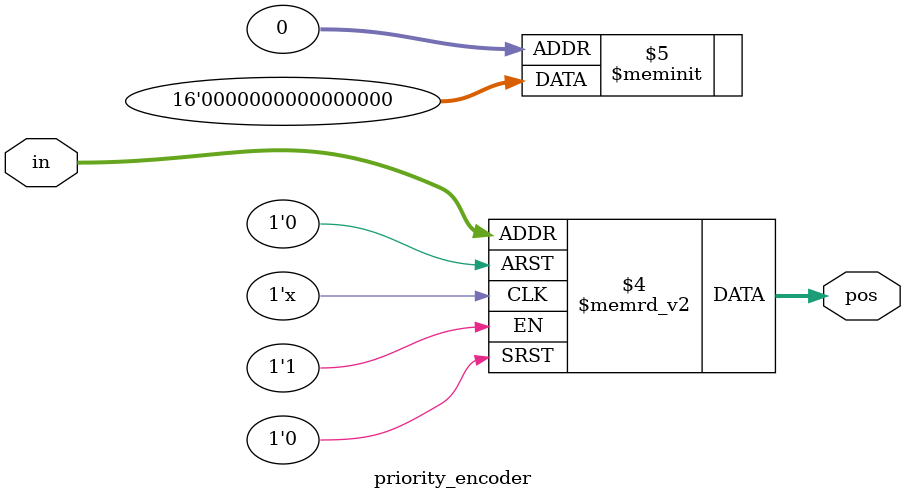
<source format=v>
module priority_encoder( 
input [2:0] in,
output reg [1:0] pos ); 
// When sel=1, assign b to out
always @(*) 
case(in) 
 3'b000: pos=2'd0; 
 3'b001: pos=2'd0; 
 3'b010: pos=2'd0; 
 3'b011: pos=2'd0; 
 3'b100: pos=2'd0; 
 3'b101: pos = 2'd0;
 3'b110: pos = 2'd0; 
 3'b111: pos=2'd0;
endcase
endmodule

</source>
